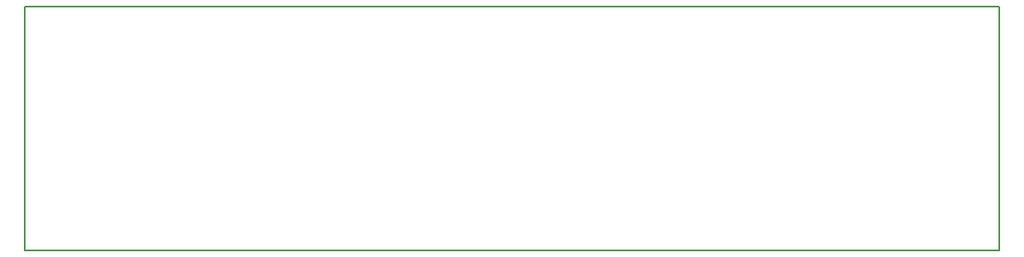
<source format=gbr>
G04 #@! TF.GenerationSoftware,KiCad,Pcbnew,5.1.5+dfsg1-2*
G04 #@! TF.CreationDate,2019-11-29T08:26:34+00:00*
G04 #@! TF.ProjectId,OV9281-Dual-Camera-Board,4f563932-3831-42d4-9475-616c2d43616d,rev?*
G04 #@! TF.SameCoordinates,Original*
G04 #@! TF.FileFunction,Profile,NP*
%FSLAX46Y46*%
G04 Gerber Fmt 4.6, Leading zero omitted, Abs format (unit mm)*
G04 Created by KiCad (PCBNEW 5.1.5+dfsg1-2) date 2019-11-29 08:26:34*
%MOMM*%
%LPD*%
G04 APERTURE LIST*
%ADD10C,0.150000*%
G04 APERTURE END LIST*
D10*
X100000000Y-125000000D02*
X200000000Y-125000000D01*
X100000000Y-100000000D02*
X100000000Y-125000000D01*
X200000000Y-100000000D02*
X100000000Y-100000000D01*
X200000000Y-125000000D02*
X200000000Y-100000000D01*
M02*

</source>
